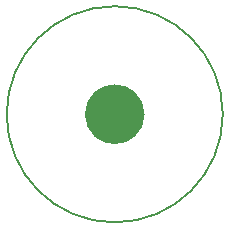
<source format=gbr>
%TF.GenerationSoftware,KiCad,Pcbnew,8.0.1*%
%TF.CreationDate,2024-03-26T23:53:38-06:00*%
%TF.ProjectId,Led_Board,4c65645f-426f-4617-9264-2e6b69636164,rev?*%
%TF.SameCoordinates,Original*%
%TF.FileFunction,Profile,NP*%
%FSLAX46Y46*%
G04 Gerber Fmt 4.6, Leading zero omitted, Abs format (unit mm)*
G04 Created by KiCad (PCBNEW 8.0.1) date 2024-03-26 23:53:38*
%MOMM*%
%LPD*%
G01*
G04 APERTURE LIST*
%TA.AperFunction,Profile*%
%ADD10C,2.515000*%
%TD*%
%TA.AperFunction,Profile*%
%ADD11C,0.200000*%
%TD*%
G04 APERTURE END LIST*
D10*
X148577500Y-81280000D02*
G75*
G02*
X146062500Y-81280000I-1257500J0D01*
G01*
X146062500Y-81280000D02*
G75*
G02*
X148577500Y-81280000I1257500J0D01*
G01*
D11*
X156470078Y-81280000D02*
G75*
G02*
X138169922Y-81280000I-9150078J0D01*
G01*
X138169922Y-81280000D02*
G75*
G02*
X156470078Y-81280000I9150078J0D01*
G01*
M02*

</source>
